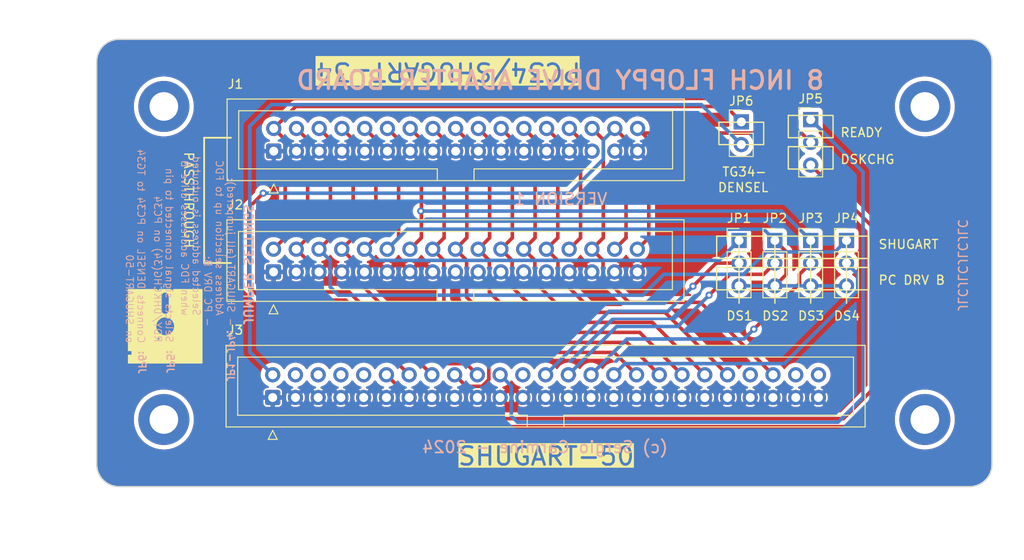
<source format=kicad_pcb>
(kicad_pcb (version 20240108) (generator "pcbnew") (generator_version "8.0")
  (layers (0 "F.Cu" signal) (31 "B.Cu" signal) (34 "B.Paste" user) (35 "F.Paste" user) (36 "B.SilkS" user "B.Silkscreen") (37 "F.SilkS" user "F.Silkscreen") (38 "B.Mask" user) (39 "F.Mask" user) (44 "Edge.Cuts" user))
  (net 0 "")
  (net 1 "GND")
  (net 2 "34_DENSEL")
  (net 3 "34_IN_USE")
  (net 4 "34_DS3")
  (net 5 "34_INDEX")
  (net 6 "34_DS0{slash}MOTEA")
  (net 7 "34_DS1{slash}DRVSB")
  (net 8 "34_DS2{slash}DRVSA")
  (net 9 "34_MTRON{slash}MOTEB")
  (net 10 "34_DIR")
  (net 11 "34_STEP")
  (net 12 "34_WRDATA")
  (net 13 "34_WRGATE")
  (net 14 "34_TRACK0")
  (net 15 "34_WRPRT")
  (net 16 "34_RDDATA")
  (net 17 "34_SIDE1")
  (net 18 "34_RDY{slash}DSKCHG")
  (net 19 "50_TRUE_RDY")
  (net 22 "50_TWO_SIDED")
  (net 23 "50_DSKCHG")
  (net 24 "50_READY")
  (net 25 "50_SECTOR")
  (net 26 "50_DS1")
  (net 27 "50_DS2")
  (net 28 "50_DS3")
  (net 29 "50_DS4")
  (net 30 "50_WRPRT")
  (net 31 "50_SEPDATA")
  (net 32 "50_SEPCLOCK")
  (net 33 "50_TG43")
  (footprint "Connector_PinHeader_2.54mm:PinHeader_1x03_P2.54mm_Vertical" (layer "F.Cu") (at 175.75 72.475)
    (property "Reference" "JP2")
    (property "Value" "Jumper_3_Bridged12" (hide yes))
  )
  (footprint "" (layer "F.Cu") (at 192.5 57.5 180)
    (property "Reference" "")
    (property "Value" "")
  )
  (footprint "Connector_PinHeader_2.54mm:PinHeader_1x02_P2.54mm_Vertical" (layer "F.Cu") (at 172 59.225)
    (property "Reference" "JP6")
    (property "Value" "Jumper_2_Bridged" (hide yes))
  )
  (footprint "Connector_PinHeader_2.54mm:PinHeader_1x03_P2.54mm_Vertical" (layer "F.Cu") (at 171.75 72.475)
    (property "Reference" "JP1")
    (property "Value" "Jumper_3_Bridged12" (hide yes))
  )
  (footprint "Connector_IDC:IDC-Header_2x25_P2.54mm_Vertical" (layer "F.Cu") (at 119.66 90.04 90)
    (property "Reference" "J3")
    (property "Value" "IDC02x25")
  )
  (footprint "Connector_PinHeader_2.54mm:PinHeader_1x03_P2.54mm_Vertical" (layer "F.Cu") (at 183.75 72.475)
    (property "Reference" "JP4")
    (property "Value" "Jumper_3_Bridged12" (hide yes))
  )
  (footprint "Connector_PinHeader_2.54mm:PinHeader_1x03_P2.54mm_Vertical" (layer "F.Cu") (at 179.75 72.475)
    (property "Reference" "JP3")
    (property "Value" "Jumper_3_Bridged12" (hide yes))
  )
  (footprint "MountingHole:MountingHole_3.2mm_M3_ISO7380_Pad" (layer "F.Cu") (at 107.5 57.5 180)
    (property "Reference" "REF**" (hide yes))
    (property "Value" "MountingHole_3.2mm_M3_ISO7380_Pad" (hide yes))
  )
  (footprint "MountingHole:MountingHole_3.2mm_M3_ISO7380_Pad" (layer "F.Cu") (at 107.5 92.5 180)
    (property "Reference" "REF**" (hide yes))
    (property "Value" "MountingHole_3.2mm_M3_ISO7380_Pad" (hide yes))
  )
  (footprint "MountingHole:MountingHole_3.2mm_M3_ISO7380_Pad" (layer "F.Cu") (at 192.5 92.5 180)
    (property "Reference" "REF**" (hide yes))
    (property "Value" "MountingHole_3.2mm_M3_ISO7380_Pad" (hide yes))
  )
  (footprint "Connector_PinHeader_2.54mm:PinHeader_1x03_P2.54mm_Vertical" (layer "F.Cu") (at 179.75 58.975)
    (property "Reference" "JP5")
    (property "Value" "Jumper_3_Bridged12" (hide yes))
  )
  (footprint "Connector_IDC:IDC-Header_2x17_P2.54mm_Vertical" (layer "F.Cu") (at 119.75 76 90)
    (property "Reference" "J2")
    (property "Value" "IDC02x17")
  )
  (footprint "Connector_IDC:IDC-Header_2x17_P2.54mm_Vertical" (layer "F.Cu") (at 119.775 62.5 90)
    (property "Reference" "J1")
    (property "Value" "IDC02x17")
  )
  (gr_line (start 183.75 79.5) (end 183.75 72.5) (stroke (width 0.15)) (layer "F.SilkS"))
  (gr_poly (pts (xy 103.485375 85.251754) (xy 103.88225 85.251754) (xy 103.88225 84.854879) (xy 103.485375 84.854879) (xy 103.485375 77.909567) (xy 106.739751 77.909567) (xy 106.739906 77.915694) (xy 106.740366 77.92174) (xy 106.741123 77.927699) (xy 106.74217 77.933562) (xy 106.7435 77.939322) (xy 106.745104 77.944972) (xy 106.746976 77.950504) (xy 106.749108 77.955911) (xy 106.751492 77.961185) (xy 106.754122 77.966319) (xy 106.756989 77.971304) (xy 106.760086 77.976135) (xy 106.763405 77.980803) (xy 106.76694 77.985301) (xy 106.770682 77.989621) (xy 106.774624 77.993756) (xy 106.778759 77.997699) (xy 106.78308 78.001441) (xy 106.787577 78.004976) (xy 106.792245 78.008295) (xy 106.797076 78.011392) (xy 106.802062 78.014259) (xy 106.807196 78.016889) (xy 106.81247 78.019273) (xy 106.817877 78.021405) (xy 106.823409 78.023277) (xy 106.829058 78.024881) (xy 106.834819 78.026211) (xy 106.840682 78.027258) (xy 106.84664 78.028015) (xy 106.852687 78.028475) (xy 106.858813 78.02863) (xy 106.86494 78.028475) (xy 106.870986 78.028015) (xy 106.876945 78.027258) (xy 106.882808 78.026211) (xy 106.888568 78.024881) (xy 106.894218 78.023277) (xy 106.89975 78.021405) (xy 106.905157 78.019273) (xy 106.910431 78.016889) (xy 106.915565 78.014259) (xy 106.920551 78.011392) (xy 106.925381 78.008295) (xy 106.930049 78.004976) (xy 106.934547 78.001441) (xy 106.938867 77.997699) (xy 106.943002 77.993756) (xy 106.946945 77.989621) (xy 106.950687 77.985301) (xy 106.954222 77.980803) (xy 106.957541 77.976135) (xy 106.960638 77.971304) (xy 106.963505 77.966319) (xy 106.966135 77.961185) (xy 106.968519 77.955911) (xy 106.970651 77.950504) (xy 106.972523 77.944972) (xy 106.974127 77.939322) (xy 106.975457 77.933562) (xy 106.976504 77.927699) (xy 106.977261 77.92174) (xy 106.977721 77.915694) (xy 106.977876 77.909567) (xy 108.327251 77.909567) (xy 108.327406 77.915694) (xy 108.327866 77.92174) (xy 108.328623 77.927699) (xy 108.32967 77.933562) (xy 108.330999 77.939322) (xy 108.332604 77.944972) (xy 108.334476 77.950504) (xy 108.336608 77.955911) (xy 108.338992 77.961185) (xy 108.341621 77.966319) (xy 108.344488 77.971304) (xy 108.347585 77.976135) (xy 108.350905 77.980803) (xy 108.35444 77.985301) (xy 108.358182 77.989621) (xy 108.362124 77.993756) (xy 108.366259 77.997699) (xy 108.370579 78.001441) (xy 108.375077 78.004976) (xy 108.379745 78.008295) (xy 108.384576 78.011392) (xy 108.389562 78.014259) (xy 108.394696 78.016889) (xy 108.39997 78.019273) (xy 108.405377 78.021405) (xy 108.410909 78.023277) (xy 108.416559 78.024881) (xy 108.422319 78.026211) (xy 108.428182 78.027258) (xy 108.43414 78.028015) (xy 108.440187 78.028475) (xy 108.446313 78.02863) (xy 108.45244 78.028475) (xy 108.458487 78.028015) (xy 108.464445 78.027258) (xy 108.470308 78.026211) (xy 108.476068 78.024881) (xy 108.481718 78.023277) (xy 108.48725 78.021405) (xy 108.492657 78.019273) (xy 108.497931 78.016889) (xy 108.503065 78.014259) (xy 108.508051 78.011392) (xy 108.512881 78.008295) (xy 108.517549 78.004976) (xy 108.522047 78.001441) (xy 108.526367 77.997699) (xy 108.530502 77.993756) (xy 108.534445 77.989621) (xy 108.538187 77.985301) (xy 108.541722 77.980803) (xy 108.545041 77.976135) (xy 108.548138 77.971304) (xy 108.551005 77.966319) (xy 108.553635 77.961185) (xy 108.556019 77.955911) (xy 108.558151 77.950504) (xy 108.560023 77.944972) (xy 108.561627 77.939322) (xy 108.562957 77.933562) (xy 108.564004 77.927699) (xy 108.564761 77.92174) (xy 108.565221 77.915694) (xy 108.565376 77.909567) (xy 111.819751 77.909567) (xy 111.819751 78.704092) (xy 108.049439 78.704092) (xy 108.048924 78.683609) (xy 108.047397 78.663402) (xy 108.044882 78.643495) (xy 108.041404 78.623912) (xy 108.036986 78.60468) (xy 108.031654 78.585821) (xy 108.025433 78.56736) (xy 108.018346 78.549323) (xy 108.010419 78.531734) (xy 108.001675 78.514616) (xy 107.99214 78.497996) (xy 107.981838 78.481896) (xy 107.970794 78.466343) (xy 107.959032 78.45136) (xy 107.946576 78.436972) (xy 107.933452 78.423204) (xy 107.919684 78.41008) (xy 107.905296 78.397624) (xy 107.890313 78.385862) (xy 107.87476 78.374818) (xy 107.85866 78.364516) (xy 107.84204 78.354981) (xy 107.824922 78.346237) (xy 107.807333 78.33831) (xy 107.789296 78.331223) (xy 107.770835 78.325002) (xy 107.751976 78.31967) (xy 107.732744 78.315252) (xy 107.713161 78.311774) (xy 107.693254 78.309259) (xy 107.673047 78.307732) (xy 107.652564 78.307217) (xy 107.632081 78.307732) (xy 107.611874 78.309259) (xy 107.591967 78.311774) (xy 107.572385 78.315252) (xy 107.553152 78.31967) (xy 107.534293 78.325002) (xy 107.515833 78.331223) (xy 107.497795 78.33831) (xy 107.480206 78.346237) (xy 107.463088 78.354981) (xy 107.446468 78.364516) (xy 107.430368 78.374818) (xy 107.414815 78.385862) (xy 107.399832 78.397624) (xy 107.385444 78.41008) (xy 107.371676 78.423204) (xy 107.358552 78.436972) (xy 107.346096 78.45136) (xy 107.334334 78.466343) (xy 107.32329 78.481896) (xy 107.312988 78.497995) (xy 107.303453 78.514616) (xy 107.294709 78.531733) (xy 107.286782 78.549323) (xy 107.279695 78.56736) (xy 107.273473 78.58582) (xy 107.268142 78.604679) (xy 107.263724 78.623912) (xy 107.260246 78.643494) (xy 107.257731 78.663401) (xy 107.256203 78.683609) (xy 107.255689 78.704092) (xy 107.255689 80.291591) (xy 107.256203 80.312074) (xy 107.257731 80.332282) (xy 107.260246 80.352189) (xy 107.263724 80.371771) (xy 107.268142 80.391004) (xy 107.273473 80.409863) (xy 107.279695 80.428323) (xy 107.286782 80.44636) (xy 107.294709 80.46395) (xy 107.303453 80.481067) (xy 107.312988 80.497688) (xy 107.32329 80.513787) (xy 107.334334 80.52934) (xy 107.346096 80.544323) (xy 107.358552 80.558711) (xy 107.371676 80.57248) (xy 107.385444 80.585604) (xy 107.399832 80.598059) (xy 107.414815 80.609822) (xy 107.430368 80.620866) (xy 107.446468 80.631168) (xy 107.463088 80.640703) (xy 107.480206 80.649447) (xy 107.497795 80.657374) (xy 107.515833 80.664461) (xy 107.534293 80.670682) (xy 107.553152 80.676014) (xy 107.572385 80.680432) (xy 107.591967 80.68391) (xy 107.611874 80.686425) (xy 107.632081 80.687952) (xy 107.652564 80.688467) (xy 107.673047 80.687953) (xy 107.693254 80.686426) (xy 107.713161 80.683911) (xy 107.732744 80.680432) (xy 107.751976 80.676015) (xy 107.770835 80.670683) (xy 107.789296 80.664461) (xy 107.807333 80.657375) (xy 107.824922 80.649447) (xy 107.84204 80.640704) (xy 107.85866 80.631169) (xy 107.87476 80.620867) (xy 107.890313 80.609822) (xy 107.905296 80.59806) (xy 107.919684 80.585604) (xy 107.933452 80.57248) (xy 107.946576 80.558712) (xy 107.959032 80.544324) (xy 107.970794 80.529341) (xy 107.981838 80.513788) (xy 107.99214 80.497688) (xy 108.001675 80.481068) (xy 108.010419 80.46395) (xy 108.018346 80.446361) (xy 108.025433 80.428323) (xy 108.031654 80.409863) (xy 108.036986 80.391004) (xy 108.041404 80.371771) (xy 108.044882 80.352189) (xy 108.047397 80.332282) (xy 108.048924 80.312075) (xy 108.049439 80.291592) (xy 108.049439 78.704092) (xy 111.819751 78.704092) (xy 111.819751 82.077064) (xy 108.644751 82.077064) (xy 108.64346 82.026006) (xy 108.639629 81.975618) (xy 108.633319 81.925963) (xy 108.624594 81.877103) (xy 108.613515 81.8291) (xy 108.600145 81.782016) (xy 108.584546 81.735915) (xy 108.566781 81.690858) (xy 108.546911 81.646908) (xy 108.525 81.604127) (xy 108.50111 81.562577) (xy 108.475302 81.522321) (xy 108.44764 81.483421) (xy 108.418185 81.445939) (xy 108.387 81.409938) (xy 108.354148 81.37548) (xy 108.31969 81.342628) (xy 108.283689 81.311443) (xy 108.246207 81.281988) (xy 108.207307 81.254326) (xy 108.167051 81.228518) (xy 108.125501 81.204627) (xy 108.08272 81.182716) (xy 108.038769 81.162847) (xy 107.993713 81.145082) (xy 107.947611 81.129483) (xy 107.900528 81.116113) (xy 107.852525 81.105034) (xy 107.803665 81.096308) (xy 107.75401 81.089999) (xy 107.703622 81.086167) (xy 107.652564 81.084876) (xy 107.601506 81.086167) (xy 107.551118 81.089999) (xy 107.501463 81.096308) (xy 107.452603 81.105034) (xy 107.4046 81.116113) (xy 107.357517 81.129483) (xy 107.311416 81.145082) (xy 107.266359 81.162847) (xy 107.222409 81.182716) (xy 107.179627 81.204627) (xy 107.138078 81.228518) (xy 107.097821 81.254326) (xy 107.058921 81.281988) (xy 107.02144 81.311443) (xy 106.985439 81.342628) (xy 106.950981 81.37548) (xy 106.918128 81.409938) (xy 106.886943 81.445939) (xy 106.857488 81.483421) (xy 106.829826 81.522321) (xy 106.804018 81.562577) (xy 106.780127 81.604127) (xy 106.758216 81.646908) (xy 106.738347 81.690858) (xy 106.720582 81.735915) (xy 106.704983 81.782016) (xy 106.691613 81.8291) (xy 106.680534 81.877103) (xy 106.671808 81.925963) (xy 106.665499 81.975618) (xy 106.661667 82.026006) (xy 106.660376 82.077064) (xy 106.661667 82.128122) (xy 106.665499 82.17851) (xy 106.671808 82.228165) (xy 106.680534 82.277025) (xy 106.691613 82.325028) (xy 106.704983 82.372111) (xy 106.720582 82.418212) (xy 106.738347 82.463269) (xy 106.758216 82.507219) (xy 106.780127 82.55) (xy 106.804018 82.59155) (xy 106.829826 82.631806) (xy 106.857488 82.670706) (xy 106.886943 82.708188) (xy 106.918128 82.744189) (xy 106.950981 82.778647) (xy 106.985439 82.8115) (xy 107.02144 82.842685) (xy 107.058921 82.87214) (xy 107.097821 82.899802) (xy 107.138078 82.92561) (xy 107.179627 82.9495) (xy 107.222409 82.971411) (xy 107.266359 82.991281) (xy 107.311416 83.009046) (xy 107.357517 83.024645) (xy 107.4046 83.038015) (xy 107.452603 83.049094) (xy 107.501463 83.057819) (xy 107.551118 83.064129) (xy 107.601506 83.06796) (xy 107.652564 83.069251) (xy 107.703622 83.06796) (xy 107.75401 83.064129) (xy 107.803665 83.057819) (xy 107.852525 83.049094) (xy 107.900528 83.038015) (xy 107.947611 83.024645) (xy 107.993713 83.009046) (xy 108.038769 82.991281) (xy 108.08272 82.971411) (xy 108.125501 82.9495) (xy 108.167051 82.92561) (xy 108.207307 82.899802) (xy 108.246207 82.87214) (xy 108.283689 82.842685) (xy 108.31969 82.8115) (xy 108.354148 82.778647) (xy 108.387 82.744189) (xy 108.418185 82.708188) (xy 108.44764 82.670706) (xy 108.475302 82.631806) (xy 108.50111 82.59155) (xy 108.525 82.55) (xy 108.546911 82.507219) (xy 108.566781 82.463269) (xy 108.584546 82.418212) (xy 108.600145 82.372111) (xy 108.613515 82.325028) (xy 108.624594 82.277025) (xy 108.633319 82.228165) (xy 108.639629 82.17851) (xy 108.64346 82.128122) (xy 108.644751 82.077064) (xy 111.819751 82.077064) (xy 111.819751 83.475273) (xy 107.008495 83.475273) (xy 107.00834 83.469146) (xy 107.00788 83.4631) (xy 107.007123 83.457141) (xy 107.006076 83.451278) (xy 107.004746 83.445518) (xy 107.003142 83.439868) (xy 107.00127 83.434335) (xy 106.999138 83.428929) (xy 106.996754 83.423655) (xy 106.994124 83.418521) (xy 106.991258 83.413535) (xy 106.988161 83.408704) (xy 106.984841 83.404036) (xy 106.981307 83.399538) (xy 106.977564 83.395218) (xy 106.973622 83.391083) (xy 106.969487 83.387141) (xy 106.965167 83.383399) (xy 106.960669 83.379864) (xy 106.956001 83.376545) (xy 106.95117 83.373448) (xy 106.946185 83.370581) (xy 106.941051 83.367951) (xy 106.935777 83.365567) (xy 106.93037 83.363435) (xy 106.924838 83.361563) (xy 106.919188 83.359959) (xy 106.913428 83.358629) (xy 106.907564 83.357582) (xy 106.901606 83.356825) (xy 106.895559 83.356365) (xy 106.889433 83.35621) (xy 106.883306 83.356365) (xy 106.877259 83.356825) (xy 106.871301 83.357582) (xy 106.865437 83.358629) (xy 106.859677 83.359959) (xy 106.854027 83.361563) (xy 106.848495 83.363435) (xy 106.843088 83.365567) (xy 106.837814 83.367951) (xy 106.83268 83.370581) (xy 106.827694 83.373448) (xy 106.822864 83.376545) (xy 106.818196 83.379864) (xy 106.813698 83.383399) (xy 106.809378 83.387141) (xy 106.805243 83.391083) (xy 106.8013 83.395218) (xy 106.797558 83.399538) (xy 106.794024 83.404036) (xy 106.790704 83.408704) (xy 106.787607 83.413535) (xy 106.78474 83.418521) (xy 106.782111 83.423655) (xy 106.779727 83.428929) (xy 106.777595 83.434335) (xy 106.775723 83.439868) (xy 106.774118 83.445518) (xy 106.772789 83.451278) (xy 106.771742 83.457141) (xy 106.770985 83.4631) (xy 106.770525 83.469146) (xy 106.77037 83.475273) (xy 106.770525 83.4814) (xy 106.770985 83.487446) (xy 106.771742 83.493405) (xy 106.772789 83.499268) (xy 106.774118 83.505028) (xy 106.775723 83.510678) (xy 106.777595 83.516211) (xy 106.779727 83.521617) (xy 106.782111 83.526891) (xy 106.78474 83.532025) (xy 106.787607 83.537011) (xy 106.790704 83.541842) (xy 106.794024 83.54651) (xy 106.797558 83.551008) (xy 106.8013 83.555328) (xy 106.805243 83.559463) (xy 106.809378 83.563405) (xy 106.813698 83.567147) (xy 106.818196 83.570682) (xy 106.822864 83.574001) (xy 106.827694 83.577098) (xy 106.83268 83.579965) (xy 106.837814 83.582594) (xy 106.843088 83.584979) (xy 106.848495 83.587111) (xy 106.854027 83.588983) (xy 106.859677 83.590587) (xy 106.865437 83.591916) (xy 106.871301 83.592963) (xy 106.877259 83.593721) (xy 106.883306 83.59418) (xy 106.889433 83.594335) (xy 106.895559 83.59418) (xy 106.901606 83.593721) (xy 106.907564 83.592963) (xy 106.913428 83.591916) (xy 106.919188 83.590587) (xy 106.924838 83.588983) (xy 106.93037 83.587111) (xy 106.935777 83.584979) (xy 106.941051 83.582594) (xy 106.946185 83.579965) (xy 106.95117 83.577098) (xy 106.956001 83.574001) (xy 106.960669 83.570682) (xy 106.965167 83.567147) (xy 106.969487 83.563405) (xy 106.973622 83.559463) (xy 106.977564 83.555328) (xy 106.981307 83.551008) (xy 106.984841 83.54651) (xy 106.988161 83.541842) (xy 106.991258 83.537011) (xy 106.994124 83.532025) (xy 106.996754 83.526891) (xy 106.999138 83.521617) (xy 107.00127 83.516211) (xy 107.003142 83.510678) (xy 107.004746 83.505028) (xy 107.006076 83.499268) (xy 107.007123 83.493405) (xy 107.00788 83.487446) (xy 107.00834 83.4814) (xy 107.008495 83.475273) (xy 111.819751 83.475273) (xy 111.819751 86.243941) (xy 103.485375 86.243941)) (fill solid) (layer "F.SilkS"))
  (gr_line (start 112 75) (end 115 75) (stroke (width 0.2)) (layer "F.SilkS"))
  (gr_line (start 171.75 79.5) (end 171.75 72.5) (stroke (width 0.15)) (layer "F.SilkS"))
  (gr_rect (start 177.25 58.5) (end 182.25 61) (stroke (width 0.15)) (fill none) (layer "F.SilkS"))
  (gr_rect (start 169.5 59.265) (end 174.5 61.765) (stroke (width 0.15)) (fill none) (layer "F.SilkS"))
  (gr_line (start 179.75 79.5) (end 179.75 72.5) (stroke (width 0.15)) (layer "F.SilkS"))
  (gr_rect (start 169.25 72) (end 186.25 74.5) (stroke (width 0.15)) (fill none) (layer "F.SilkS"))
  (gr_line (start 112 61) (end 112 75) (stroke (width 0.2)) (layer "F.SilkS"))
  (gr_line (start 115 61) (end 112 61) (stroke (width 0.2)) (layer "F.SilkS"))
  (gr_line (start 175.75 79.5) (end 175.75 72.5) (stroke (width 0.15)) (layer "F.SilkS"))
  (gr_rect (start 177.25 62) (end 182.25 64.5) (stroke (width 0.15)) (fill none) (layer "F.SilkS"))
  (gr_rect (start 169.25 75.5) (end 186.25 78) (stroke (width 0.15)) (fill none) (layer "F.SilkS"))
  (gr_line (start 102.5 50) (end 197.5 50) (stroke (width 0.15)) (layer "Edge.Cuts"))
  (gr_line (start 197.5 100) (end 102.5 100) (stroke (width 0.15)) (layer "Edge.Cuts"))
  (gr_arc (start 102.5 100) (mid 100.732234 99.267767) (end 100 97.5) (stroke (width 0.15)) (layer "Edge.Cuts"))
  (gr_arc (start 197.5 50) (mid 199.267766 50.732233) (end 200 52.5) (stroke (width 0.15)) (layer "Edge.Cuts"))
  (gr_arc (start 100 52.5) (mid 100.732233 50.732234) (end 102.5 50) (stroke (width 0.15)) (layer "Edge.Cuts"))
  (gr_line (start 100 97.5) (end 100 52.5) (stroke (width 0.15)) (layer "Edge.Cuts"))
  (gr_arc (start 200 97.5) (mid 199.267767 99.267766) (end 197.5 100) (stroke (width 0.15)) (layer "Edge.Cuts"))
  (gr_line (start 200 52.5) (end 200 97.5) (stroke (width 0.15)) (layer "Edge.Cuts"))
  (gr_text "8 INCH FLOPPY DRIVE ADAPTER BOARD" (at 181.45 55.75 0) (layer "B.SilkS") (effects (font (size 2 2) (thickness 0.36) (bold yes)) (justify left bottom mirror)))
  (gr_text "VERSION 1" (at 157.15 68.625 0) (layer "B.SilkS") (effects (font (size 1.3 1.3) (thickness 0.2)) (justify left bottom mirror)))
  (gr_text "JP1-JP4:" (at 114.475 88.35 270) (layer "B.SilkS") (effects (font (size 0.8 0.8) (thickness 0.16) (bold yes)) (justify left bottom mirror)))
  (gr_text "Selects signal connected to pin \nRDY/DHKCHG(34) on PC34" (at 106.35 83.95 270) (layer "B.SilkS") (effects (font (size 0.8 0.8) (thickness 0.1)) (justify left bottom mirror)))
  (gr_text "Connects DENSEL on PC34 to TG34\non SHUGART-50" (at 103.2 84.025 270) (layer "B.SilkS") (effects (font (size 0.8 0.8) (thickness 0.1)) (justify left bottom mirror)))
  (gr_text "(c) Sergio Carmine - 2024" (at 163.925 96.35 0) (layer "B.SilkS") (effects (font (size 1.3 1.3) (thickness 0.2)) (justify left bottom mirror)))
  (gr_text "JUMPER SETTINGS" (at 116.325 82.05 270) (layer "B.SilkS") (effects (font (size 1 1) (thickness 0.2) (bold yes)) (justify left bottom mirror)))
  (gr_text "JP5:" (at 107.75 87.425 270) (layer "B.SilkS") (effects (font (size 0.8 0.8) (thickness 0.16) (bold yes)) (justify left bottom mirror)))
  (gr_text "JLCJLCJLCJLC" (at 196.125 80.5 -90) (layer "B.SilkS") (effects (font (size 1 1)) (justify left bottom mirror)))
  (gr_text "- SHUGART (all jumpered):\n  Address selection up to FDC\n- PC DRV B:\n  Selected address is outputed\n  when FDC addresses drive B" (at 109.375 82.175 270) (layer "B.SilkS") (effects (font (size 0.8 0.8) (thickness 0.1)) (justify left bottom mirror)))
  (gr_text "JP6:" (at 104.6 87.5 270) (layer "B.SilkS") (effects (font (size 0.8 0.8) (thickness 0.16) (bold yes)) (justify left bottom mirror)))
  (gr_text "SHUGART\n" (at 187.25 73.5 0) (layer "F.SilkS") (effects (font (size 1 1)) (justify left bottom)))
  (gr_text "SHUGART-50" (at 140.2 97.775 0) (layer "F.SilkS" knockout) (effects (font (size 2 2) (thickness 0.3)) (justify left bottom)))
  (gr_text "READY\n" (at 183 61 0) (layer "F.SilkS") (effects (font (size 1 1)) (justify left bottom)))
  (gr_text "DS4\n" (at 182.25 81.5 0) (layer "F.SilkS") (effects (font (size 1 1)) (justify left bottom)))
  (gr_text "PASSTHROUGH" (at 109.7 62.5 270) (layer "F.SilkS") (effects (font (size 1 1)) (justify left bottom)))
  (gr_text "DS2\n" (at 174.25 81.5 0) (layer "F.SilkS") (effects (font (size 1 1)) (justify left bottom)))
  (gr_text "PC DRV B" (at 187.25 77.5 0) (layer "F.SilkS") (effects (font (size 1 1)) (justify left bottom)))
  (gr_text "DS3\n" (at 178.25 81.5 0) (layer "F.SilkS") (effects (font (size 1 1)) (justify left bottom)))
  (gr_text "PC34/SHUGART-34 " (at 154.25 52.45 180) (layer "F.SilkS" knockout) (effects (font (size 2 2) (thickness 0.3)) (justify left bottom)))
  (gr_text "DENSEL\n" (at 169.3 67.15 0) (layer "F.SilkS") (effects (font (size 1 1)) (justify left bottom)))
  (gr_text "DS1\n" (at 170.25 81.5 0) (layer "F.SilkS") (effects (font (size 1 1)) (justify left bottom)))
  (gr_text "TG34-" (at 169.8 65.4 0) (layer "F.SilkS") (effects (font (size 1 1)) (justify left bottom)))
  (gr_text "DSKCHG" (at 183 64 0) (layer "F.SilkS") (effects (font (size 1 1)) (justify left bottom)))
  (segment (start 172 59.225) (end 170.275 57.5) (width 0.4) (layer "F.Cu") (net 2))
  (segment (start 119.96 59.96) (end 120 60) (width 0.25) (layer "F.Cu") (net 2))
  (segment (start 119.775 59.96) (end 121.05 61.235) (width 0.4) (layer "F.Cu") (net 2))
  (segment (start 119.775 59.96) (end 119.96 59.96) (width 0.25) (layer "F.Cu") (net 2))
  (segment (start 122.235 57.5) (end 119.775 59.96) (width 0.4) (layer "F.Cu") (net 2))
  (segment (start 170.275 57.5) (end 122.235 57.5) (width 0.4) (layer "F.Cu") (net 2))
  (segment (start 121.05 72.16) (end 119.75 73.46) (width 0.4) (layer "F.Cu") (net 2))
  (segment (start 121.05 61.235) (end 121.05 72.16) (width 0.4) (layer "F.Cu") (net 2))
  (segment (start 122.315 59.96) (end 123.565 61.21) (width 0.4) (layer "F.Cu") (net 3))
  (segment (start 124.25 78.25) (end 128.19 78.25) (width 0.4) (layer "F.Cu") (net 3))
  (segment (start 123.565 72.185) (end 122.29 73.46) (width 0.4) (layer "F.Cu") (net 3))
  (segment (start 128.19 78.25) (end 137.44 87.5) (width 0.4) (layer "F.Cu") (net 3))
  (segment (start 122.29 73.46) (end 123.54 74.71) (width 0.4) (layer "F.Cu") (net 3))
  (segment (start 123.54 74.71) (end 123.54 77.54) (width 0.4) (layer "F.Cu") (net 3))
  (segment (start 123.54 77.54) (end 124.25 78.25) (width 0.4) (layer "F.Cu") (net 3))
  (segment (start 123.565 61.21) (end 123.565 72.185) (width 0.4) (layer "F.Cu") (net 3))
  (segment (start 126.105 61.21) (end 126.105 72.185) (width 0.4) (layer "F.Cu") (net 4))
  (segment (start 126.105 72.185) (end 124.83 73.46) (width 0.4) (layer "F.Cu") (net 4))
  (segment (start 124.855 59.96) (end 126.105 61.21) (width 0.4) (layer "F.Cu") (net 4))
  (segment (start 174.767767 73.765) (end 182.46 73.765) (width 0.4) (layer "B.Cu") (net 4))
  (segment (start 161 78.6) (end 163.335 76.265) (width 0.4) (layer "B.Cu") (net 4))
  (segment (start 172.267767 76.265) (end 174.767767 73.765) (width 0.4) (layer "B.Cu") (net 4))
  (segment (start 182.46 73.765) (end 183.75 72.475) (width 0.4) (layer "B.Cu") (net 4))
  (segment (start 127 78.6) (end 161 78.6) (width 0.4) (layer "B.Cu") (net 4))
  (segment (start 163.335 76.265) (end 172.267767 76.265) (width 0.4) (layer "B.Cu") (net 4))
  (segment (start 126.08 74.71) (end 126.08 77.68) (width 0.4) (layer "B.Cu") (net 4))
  (segment (start 126.08 77.68) (end 127 78.6) (width 0.4) (layer "B.Cu") (net 4))
  (segment (start 124.83 73.46) (end 126.08 74.71) (width 0.4) (layer "B.Cu") (net 4))
  (segment (start 141.27 86.25) (end 142.52 87.5) (width 0.4) (layer "F.Cu") (net 5))
  (segment (start 127.37 73.46) (end 128.66 74.75) (width 0.4) (layer "F.Cu") (net 5))
  (segment (start 127.395 59.96) (end 128.645 61.21) (width 0.4) (layer "F.Cu") (net 5))
  (segment (start 128.66 76.517767) (end 138.392233 86.25) (width 0.4) (layer "F.Cu") (net 5))
  (segment (start 138.392233 86.25) (end 141.27 86.25) (width 0.4) (layer "F.Cu") (net 5))
  (segment (start 128.66 74.75) (end 128.66 76.517767) (width 0.4) (layer "F.Cu") (net 5))
  (segment (start 128.645 72.185) (end 127.37 73.46) (width 0.4) (layer "F.Cu") (net 5))
  (segment (start 128.645 61.21) (end 128.645 72.185) (width 0.4) (layer "F.Cu") (net 5))
  (segment (start 129.935 59.96) (end 131.185 61.21) (width 0.4) (layer "F.Cu") (net 6))
  (segment (start 131.185 72.185) (end 129.91 73.46) (width 0.4) (layer "F.Cu") (net 6))
  (segment (start 131.185 61.21) (end 131.185 72.185) (width 0.4) (layer "F.Cu") (net 6))
  (segment (start 131.16 74.71) (end 129.91 73.46) (width 0.4) (layer "B.Cu") (net 6))
  (segment (start 171.75 72.475) (end 169.515 74.71) (width 0.4) (layer "B.Cu") (net 6))
  (segment (start 169.515 74.71) (end 131.16 74.71) (width 0.4) (layer "B.Cu") (net 6))
  (segment (start 177 73.725) (end 177 76.305) (width 0.4) (layer "F.Cu") (net 7))
  (segment (start 175.75 72.475) (end 177 73.725) (width 0.4) (layer "F.Cu") (net 7))
  (segment (start 177 76.305) (end 175.75 77.555) (width 0.4) (layer "F.Cu") (net 7))
  (segment (start 133.725 72.185) (end 132.45 73.46) (width 0.4) (layer "F.Cu") (net 7))
  (segment (start 133.725 61.21) (end 133.725 72.185) (width 0.4) (layer "F.Cu") (net 7))
  (segment (start 132.475 59.96) (end 133.725 61.21) (width 0.4) (layer "F.Cu") (net 7))
  (segment (start 174.5 71.225) (end 134.685 71.225) (width 0.4) (layer "B.Cu") (net 7))
  (segment (start 171.75 77.65) (end 171.6 77.8) (width 0.4) (layer "B.Cu") (net 7))
  (segment (start 175.75 72.475) (end 174.5 71.225) (width 0.4) (layer "B.Cu") (net 7))
  (segment (start 171.75 77.555) (end 183.75 77.555) (width 0.4) (layer "B.Cu") (net 7))
  (segment (start 134.685 71.225) (end 132.45 73.46) (width 0.4) (layer "B.Cu") (net 7))
  (segment (start 135.015 59.96) (end 136.265 61.21) (width 0.4) (layer "F.Cu") (net 8))
  (segment (start 136.265 61.21) (end 136.265 69.135) (width 0.4) (layer "F.Cu") (net 8))
  (segment (start 136.2 69.2) (end 136.265 69.265) (width 0.4) (layer "F.Cu") (net 8))
  (segment (start 136.265 69.265) (end 136.265 72.185) (width 0.4) (layer "F.Cu") (net 8))
  (segment (start 136.265 72.185) (end 134.99 73.46) (width 0.4) (layer "F.Cu") (net 8))
  (segment (start 136.265 69.135) (end 136.2 69.2) (width 0.4) (layer "F.Cu") (net 8))
  (via (at 136.2 69.2) (size 0.8) (drill 0.4) (layers "F.Cu" "B.Cu") (net 8))
  (segment (start 179.75 72.475) (end 176.475 69.2) (width 0.4) (layer "B.Cu") (net 8))
  (segment (start 176.475 69.2) (end 136.2 69.2) (width 0.4) (layer "B.Cu") (net 8))
  (segment (start 139.98 87.5) (end 141.27 88.79) (width 0.4) (layer "F.Cu") (net 9))
  (segment (start 137.555 59.96) (end 138.805 61.21) (width 0.4) (layer "F.Cu") (net 9))
  (segment (start 143.8 88.027767) (end 143.8 84.4) (width 0.4) (layer "F.Cu") (net 9))
  (segment (start 141.27 88.79) (end 143.037767 88.79) (width 0.4) (layer "F.Cu") (net 9))
  (segment (start 143.037767 88.79) (end 143.8 88.027767) (width 0.4) (layer "F.Cu") (net 9))
  (segment (start 138.78 79.38) (end 138.78 74.71) (width 0.4) (layer "F.Cu") (net 9))
  (segment (start 138.805 72.185) (end 137.53 73.46) (width 0.4) (layer "F.Cu") (net 9))
  (segment (start 138.78 74.71) (end 137.53 73.46) (width 0.4) (layer "F.Cu") (net 9))
  (segment (start 143.8 84.4) (end 138.98 79.58) (width 0.4) (layer "F.Cu") (net 9))
  (segment (start 138.805 61.21) (end 138.805 72.185) (width 0.4) (layer "F.Cu") (net 9))
  (segment (start 138.98 79.58) (end 138.78 79.38) (width 0.4) (layer "F.Cu") (net 9))
  (segment (start 141.345 61.21) (end 141.345 72.185) (width 0.4) (layer "F.Cu") (net 10))
  (segment (start 141.32 78.82) (end 141.32 74.71) (width 0.4) (layer "F.Cu") (net 10))
  (segment (start 157.8 85) (end 147.5 85) (width 0.4) (layer "F.Cu") (net 10))
  (segment (start 141.345 72.185) (end 140.07 73.46) (width 0.4) (layer "F.Cu") (net 10))
  (segment (start 140.095 59.96) (end 141.345 61.21) (width 0.4) (layer "F.Cu") (net 10))
  (segment (start 141.32 74.71) (end 140.07 73.46) (width 0.4) (layer "F.Cu") (net 10))
  (segment (start 160.3 87.5) (end 157.8 85) (width 0.4) (layer "F.Cu") (net 10))
  (segment (start 147.5 85) (end 141.32 78.82) (width 0.4) (layer "F.Cu") (net 10))
  (segment (start 143.86 74.71) (end 142.61 73.46) (width 0.4) (layer "F.Cu") (net 11))
  (segment (start 159.22 83.88) (end 159.14 83.88) (width 0.4) (layer "F.Cu") (net 11))
  (segment (start 143.885 61.21) (end 143.885 72.185) (width 0.4) (layer "F.Cu") (net 11))
  (segment (start 162.84 87.5) (end 159.22 83.88) (width 0.4) (layer "F.Cu") (net 11))
  (segment (start 143.86 78.26) (end 143.86 74.71) (width 0.4) (layer "F.Cu") (net 11))
  (segment (start 142.635 59.96) (end 143.885 61.21) (width 0.4) (layer "F.Cu") (net 11))
  (segment (start 149.4 83.8) (end 143.86 78.26) (width 0.4) (layer "F.Cu") (net 11))
  (segment (start 159.14 83.88) (end 149.4 83.88) (width 0.4) (layer "F.Cu") (net 11))
  (segment (start 143.885 72.185) (end 142.61 73.46) (width 0.4) (layer "F.Cu") (net 11))
  (segment (start 151.5 82.8) (end 146.4 77.7) (width 0.4) (layer "F.Cu") (net 12))
  (segment (start 160.64 82.76) (end 151.5 82.76) (width 0.4) (layer "F.Cu") (net 12))
  (segment (start 165.38 87.5) (end 160.64 82.76) (width 0.4) (layer "F.Cu") (net 12))
  (segment (start 145.175 59.96) (end 146.425 61.21) (width 0.4) (layer "F.Cu") (net 12))
  (segment (start 146.425 72.185) (end 145.15 73.46) (width 0.4) (layer "F.Cu") (net 12))
  (segment (start 146.4 77.7) (end 146.4 74.71) (width 0.4) (layer "F.Cu") (net 12))
  (segment (start 146.4 74.71) (end 145.15 73.46) (width 0.4) (layer "F.Cu") (net 12))
  (segment (start 146.425 61.21) (end 146.425 72.185) (width 0.4) (layer "F.Cu") (net 12))
  (segment (start 147.715 59.96) (end 148.965 61.21) (width 0.4) (layer "F.Cu") (net 13))
  (segment (start 148.94 74.71) (end 148.94 77.14) (width 0.4) (layer "F.Cu") (net 13))
  (segment (start 162.06 81.64) (end 167.92 87.5) (width 0.4) (layer "F.Cu") (net 13))
  (segment (start 148.94 77.14) (end 153.5 81.7) (width 0.4) (layer "F.Cu") (net 13))
  (segment (start 148.965 72.185) (end 147.69 73.46) (width 0.4) (layer "F.Cu") (net 13))
  (segment (start 153.5 81.64) (end 162.06 81.64) (width 0.4) (layer "F.Cu") (net 13))
  (segment (start 147.69 73.46) (end 148.94 74.71) (width 0.4) (layer "F.Cu") (net 13))
  (segment (start 148.965 61.21) (end 148.965 72.185) (width 0.4) (layer "F.Cu") (net 13))
  (segment (start 151.52 76.52) (end 151.52 74.75) (width 0.4) (layer "F.Cu") (net 14))
  (segment (start 151.505 61.21) (end 151.505 72.185) (width 0.4) (layer "F.Cu") (net 14))
  (segment (start 151.52 74.75) (end 150.23 73.46) (width 0.4) (layer "F.Cu") (net 14))
  (segment (start 150.255 59.96) (end 151.505 61.21) (width 0.4) (layer "F.Cu") (net 14))
  (segment (start 155.6 80.6) (end 151.52 76.52) (width 0.4) (layer "F.Cu") (net 14))
  (segment (start 163.56 80.6) (end 163.48 80.52) (width 0.4) (layer "F.Cu") (net 14))
  (segment (start 151.505 72.185) (end 150.23 73.46) (width 0.4) (layer "F.Cu") (net 14))
  (segment (start 163.48 80.52) (end 155.6 80.52) (width 0.4) (layer "F.Cu") (net 14))
  (segment (start 170.46 87.5) (end 163.56 80.6) (width 0.4) (layer "F.Cu") (net 14))
  (segment (start 154.045 72.185) (end 152.77 73.46) (width 0.4) (layer "F.Cu") (net 15))
  (segment (start 154.045 61.21) (end 154.045 72.185) (width 0.4) (layer "F.Cu") (net 15))
  (segment (start 152.795 59.96) (end 154.045 61.21) (width 0.4) (layer "F.Cu") (net 15))
  (segment (start 156.56 76.517767) (end 156.56 74.71) (width 0.4) (layer "F.Cu") (net 16))
  (segment (start 167.44 79.4) (end 159.442233 79.4) (width 0.4) (layer "F.Cu") (net 16))
  (segment (start 159.442233 79.4) (end 156.56 76.517767) (width 0.4) (layer "F.Cu") (net 16))
  (segment (start 156.585 61.21) (end 156.585 72.185) (width 0.4) (layer "F.Cu") (net 16))
  (segment (start 175.54 87.5) (end 167.44 79.4) (width 0.4) (layer "F.Cu") (net 16))
  (segment (start 156.56 74.71) (end 155.31 73.46) (width 0.4) (layer "F.Cu") (net 16))
  (segment (start 156.585 72.185) (end 155.31 73.46) (width 0.4) (layer "F.Cu") (net 16))
  (segment (start 155.335 59.96) (end 156.585 61.21) (width 0.4) (layer "F.Cu") (net 16))
  (segment (start 118.6 67.2) (end 117 68.8) (width 0.4) (layer "F.Cu") (net 17))
  (segment (start 129.2 81.8) (end 134.9 87.5) (width 0.4) (layer "F.Cu") (net 17))
  (segment (start 159.125 61.21) (end 159.125 72.185) (width 0.4) (layer "F.Cu") (net 17))
  (segment (start 157.875 59.96) (end 159.125 61.21) (width 0.4) (layer "F.Cu") (net 17))
  (segment (start 159.125 72.185) (end 157.85 73.46) (width 0.4) (layer "F.Cu") (net 17))
  (segment (start 121.2 81.8) (end 129.2 81.8) (width 0.4) (layer "F.Cu") (net 17))
  (segment (start 117 77.6) (end 121.2 81.8) (width 0.4) (layer "F.Cu") (net 17))
  (segment (start 117 68.8) (end 117 77.6) (width 0.4) (layer "F.Cu") (net 17))
  (via (at 118.6 67.2) (size 0.8) (drill 0.4) (layers "F.Cu" "B.Cu") (net 17))
  (segment (start 118.6 67.2) (end 152.8 67.2) (width 0.4) (layer "B.Cu") (net 17))
  (segment (start 152.8 67.2) (end 156.585 63.415) (width 0.4) (layer "B.Cu") (net 17))
  (segment (start 156.585 61.25) (end 157.875 59.96) (width 0.4) (layer "B.Cu") (net 17))
  (segment (start 156.585 63.415) (end 156.585 61.25) (width 0.4) (layer "B.Cu") (net 17))
  (segment (start 178.71 60.475) (end 160.93 60.475) (width 0.4) (layer "F.Cu") (net 18))
  (segment (start 161.665 72.185) (end 160.39 73.46) (width 0.4) (layer "F.Cu") (net 18))
  (segment (start 179.75 61.515) (end 178.71 60.475) (width 0.4) (layer "F.Cu") (net 18))
  (segment (start 160.415 59.96) (end 161.665 61.21) (width 0.4) (layer "F.Cu") (net 18))
  (segment (start 161.665 61.21) (end 161.665 72.185) (width 0.4) (layer "F.Cu") (net 18))
  (segment (start 160.93 60.475) (end 160.415 59.96) (width 0.4) (layer "F.Cu") (net 18))
  (segment (start 134.2 92.4) (end 133.61 91.81) (width 0.4) (layer "F.Cu") (net 23))
  (segment (start 133.61 91.81) (end 133.61 88.75) (width 0.4) (layer "F.Cu") (net 23))
  (segment (start 186.8 89) (end 183.4 92.4) (width 0.4) (layer "F.Cu") (net 23))
  (segment (start 186.8 71.105) (end 186.8 89) (width 0.4) (layer "F.Cu") (net 23))
  (segment (start 183.4 92.4) (end 134.2 92.4) (width 0.4) (layer "F.Cu") (net 23))
  (segment (start 133.61 88.75) (end 132.36 87.5) (width 0.4) (layer "F.Cu") (net 23))
  (segment (start 179.75 64.055) (end 186.8 71.105) (width 0.4) (layer "F.Cu") (net 23))
  (segment (start 185.6 64.825) (end 185.6 90) (width 0.4) (layer "B.Cu") (net 24))
  (segment (start 146.31 88.75) (end 145.06 87.5) (width 0.4) (layer "B.Cu") (net 24))
  (segment (start 147 92.8) (end 146.31 92.11) (width 0.4) (layer "B.Cu") (net 24))
  (segment (start 182.8 92.8) (end 147 92.8) (width 0.4) (layer "B.Cu") (net 24))
  (segment (start 179.75 58.975) (end 185.6 64.825) (width 0.4) (layer "B.Cu") (net 24))
  (segment (start 146.31 92.11) (end 146.31 88.75) (width 0.4) (layer "B.Cu") (net 24))
  (segment (start 185.6 90) (end 182.8 92.8) (width 0.4) (layer "B.Cu") (net 24))
  (segment (start 169.185 75.015) (end 171.75 75.015) (width 0.4) (layer "F.Cu") (net 26))
  (segment (start 166.6 77.6) (end 169.185 75.015) (width 0.4) (layer "F.Cu") (net 26))
  (via (at 166.6 77.6) (size 0.8) (drill 0.4) (layers "F.Cu" "B.Cu") (net 26))
  (segment (start 163.8 80.4) (end 157.24 80.4) (width 0.4) (layer "B.Cu") (net 26))
  (segment (start 157.24 80.4) (end 150.14 87.5) (width 0.4) (layer "B.Cu") (net 26))
  (segment (start 166.6 77.6) (end 163.8 80.4) (width 0.4) (layer "B.Cu") (net 26))
  (segment (start 174.5 76.265) (end 170.735 76.265) (width 0.4) (layer "F.Cu") (net 27))
  (segment (start 175.75 75.015) (end 174.5 76.265) (width 0.4) (layer "F.Cu") (net 27))
  (segment (start 170.735 76.265) (end 168.4 78.6) (width 0.4) (layer "F.Cu") (net 27))
  (via (at 168.4 78.6) (size 0.8) (drill 0.4) (layers "F.Cu" "B.Cu") (net 27))
  (segment (start 168.4 78.6) (end 164.9 82.1) (width 0.4) (layer "B.Cu") (net 27))
  (segment (start 153.375 87.5) (end 152.68 87.5) (width 0.4) (layer "B.Cu") (net 27))
  (segment (start 158.08 82.1) (end 152.68 87.5) (width 0.4) (layer "B.Cu") (net 27))
  (segment (start 164.9 82.1) (end 158.08 82.1) (width 0.4) (layer "B.Cu") (net 27))
  (segment (start 179.75 75.015) (end 178.5 76.265) (width 0.4) (layer "F.Cu") (net 28))
  (segment (start 178.5 76.265) (end 178.5 77.3) (width 0.4) (layer "F.Cu") (net 28))
  (segment (start 178.5 77.3) (end 173.4 82.4) (width 0.4) (layer "F.Cu") (net 28))
  (via (at 173.4 82.4) (size 0.8) (drill 0.4) (layers "F.Cu" "B.Cu") (net 28))
  (segment (start 172.3 83.5) (end 173.4 82.4) (width 0.4) (layer "B.Cu") (net 28))
  (segment (start 159.22 83.5) (end 172.3 83.5) (width 0.4) (layer "B.Cu") (net 28))
  (segment (start 155.22 87.5) (end 159.22 83.5) (width 0.4) (layer "B.Cu") (net 28))
  (segment (start 176.822767 86.25) (end 159.01 86.25) (width 0.4) (layer "B.Cu") (net 29))
  (segment (start 159.01 86.25) (end 157.76 87.5) (width 0.4) (layer "B.Cu") (net 29))
  (segment (start 183.75 75.015) (end 185 76.265) (width 0.4) (layer "B.Cu") (net 29))
  (segment (start 185 76.265) (end 185 78.072767) (width 0.4) (layer "B.Cu") (net 29))
  (segment (start 185 78.072767) (end 176.822767 86.25) (width 0.4) (layer "B.Cu") (net 29))
  (segment (start 172 61.765) (end 167.535 57.3) (width 0.4) (layer "B.Cu") (net 33))
  (segment (start 117.1 59.7) (end 117.1 84.94) (width 0.4) (layer "B.Cu") (net 33))
  (segment (start 167.535 57.3) (end 119.5 57.3) (width 0.4) (layer "B.Cu") (net 33))
  (segment (start 119.5 57.3) (end 117.1 59.7) (width 0.4) (layer "B.Cu") (net 33))
  (segment (start 117.1 84.94) (end 119.66 87.5) (width 0.4) (layer "B.Cu") (net 33))
  (zone (net 1) (net_name "GND") (layers "F&B.Cu") (connect_pads (clearance 0.5)) (min_thickness 0.25) (fill yes (thermal_gap 0.2) (thermal_bridge_width 0.5) (island_removal_mode 2) (island_area_min 10))
    (polygon (pts (xy 91.6 45.6) (xy 203.6 45.6) (xy 202.6 108.2) (xy 89.2 105.2) (xy 89.4 105.6) (xy 89.2 104)))
  )
)
</source>
